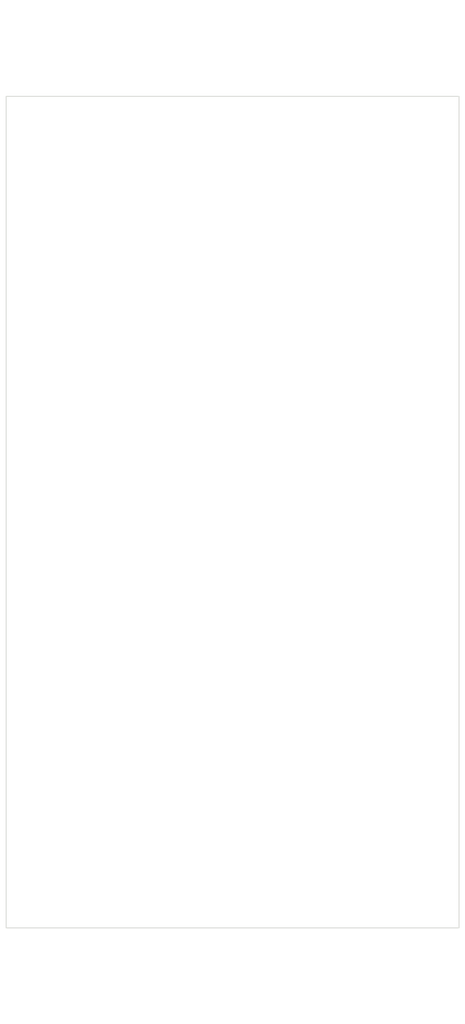
<source format=kicad_pcb>
(kicad_pcb (version 20211014) (generator pcbnew)

  (general
    (thickness 1.6)
  )

  (paper "A4")
  (layers
    (0 "F.Cu" signal)
    (31 "B.Cu" signal)
    (32 "B.Adhes" user "B.Adhesive")
    (33 "F.Adhes" user "F.Adhesive")
    (34 "B.Paste" user)
    (35 "F.Paste" user)
    (36 "B.SilkS" user "B.Silkscreen")
    (37 "F.SilkS" user "F.Silkscreen")
    (38 "B.Mask" user)
    (39 "F.Mask" user)
    (40 "Dwgs.User" user "User.Drawings")
    (41 "Cmts.User" user "User.Comments")
    (42 "Eco1.User" user "User.Eco1")
    (43 "Eco2.User" user "User.Eco2")
    (44 "Edge.Cuts" user)
    (45 "Margin" user)
    (46 "B.CrtYd" user "B.Courtyard")
    (47 "F.CrtYd" user "F.Courtyard")
    (48 "B.Fab" user)
    (49 "F.Fab" user)
    (50 "User.1" user)
    (51 "User.2" user)
    (52 "User.3" user)
    (53 "User.4" user)
    (54 "User.5" user)
    (55 "User.6" user)
    (56 "User.7" user)
    (57 "User.8" user)
    (58 "User.9" user)
  )

  (setup
    (pad_to_mask_clearance 0)
    (pcbplotparams
      (layerselection 0x00010fc_ffffffff)
      (disableapertmacros false)
      (usegerberextensions false)
      (usegerberattributes true)
      (usegerberadvancedattributes true)
      (creategerberjobfile true)
      (svguseinch false)
      (svgprecision 6)
      (excludeedgelayer true)
      (plotframeref false)
      (viasonmask false)
      (mode 1)
      (useauxorigin false)
      (hpglpennumber 1)
      (hpglpenspeed 20)
      (hpglpendiameter 15.000000)
      (dxfpolygonmode true)
      (dxfimperialunits true)
      (dxfusepcbnewfont true)
      (psnegative false)
      (psa4output false)
      (plotreference true)
      (plotvalue true)
      (plotinvisibletext false)
      (sketchpadsonfab false)
      (subtractmaskfromsilk false)
      (outputformat 1)
      (mirror false)
      (drillshape 1)
      (scaleselection 1)
      (outputdirectory "")
    )
  )

  (net 0 "")

  (gr_line (start 0.75 12.5) (end 0.75 120.85) (layer "Edge.Cuts") (width 0.1) (tstamp 1a09a7cb-78f5-4989-9bdf-8b4c4a8beb1d))
  (gr_line (start 59.85 120.85) (end 59.85 12.5) (layer "Edge.Cuts") (width 0.1) (tstamp 2aef071e-f380-49c0-b1ba-860b2a4bd684))
  (gr_line (start 0.75 120.85) (end 59.85 120.85) (layer "Edge.Cuts") (width 0.1) (tstamp 347e4106-0ad8-4579-9925-c65107fafee2))
  (gr_line (start 0.75 12.5) (end 59.85 12.5) (layer "Edge.Cuts") (width 0.1) (tstamp c8cb28f7-4e0d-49a3-8b9b-fcff4adac1d4))
  (gr_line (start 60.6 0) (end 60.6 133.35) (layer "User.1") (width 0.1) (tstamp 14be568d-2e52-4aed-b81b-dddc75cbdd07))
  (gr_line (start 0 133.35) (end 0 0) (layer "User.1") (width 0.1) (tstamp 159574a9-ecec-48bb-adb0-3dc9e65d4e79))
  (gr_line (start 0 0) (end 60.6 0) (layer "User.1") (width 0.1) (tstamp 7a879184-fad8-4feb-afb5-86fe8d34f1f7))
  (gr_line (start 60.6 133.35) (end 0 133.35) (layer "User.1") (width 0.1) (tstamp bc3f6e1f-c81e-4889-865a-0e223a5a22e2))

)

</source>
